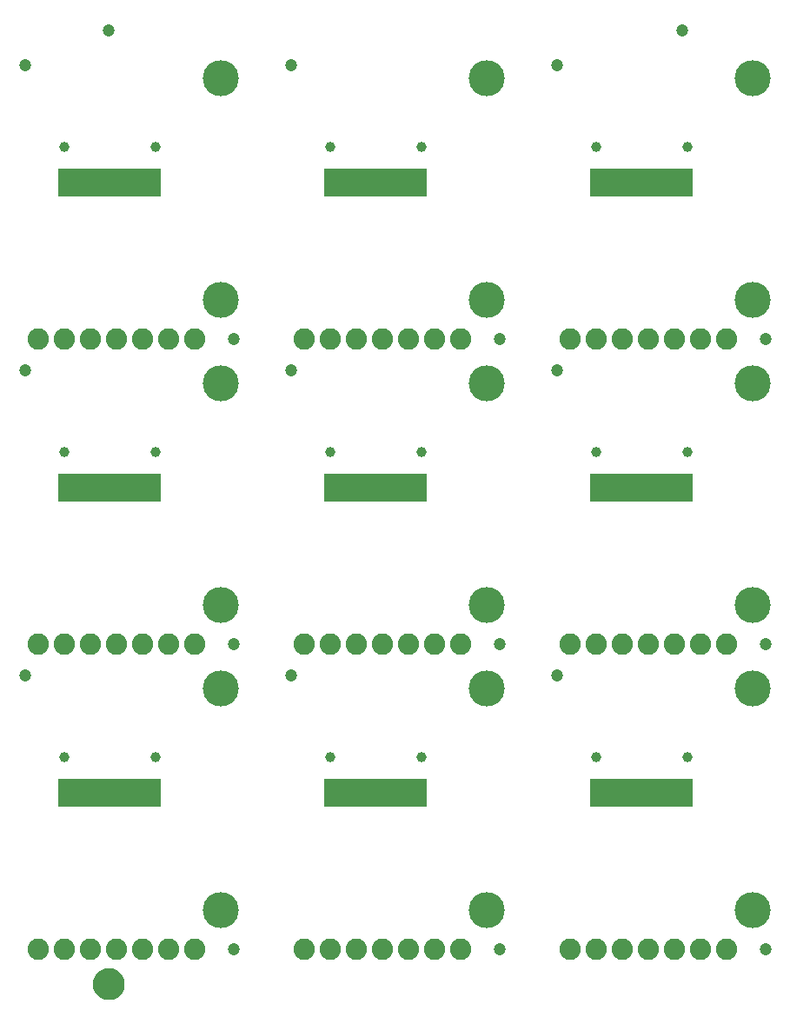
<source format=gbs>
G75*
%MOIN*%
%OFA0B0*%
%FSLAX25Y25*%
%IPPOS*%
%LPD*%
%AMOC8*
5,1,8,0,0,1.08239X$1,22.5*
%
%ADD10C,0.08200*%
%ADD11R,0.01981X0.10643*%
%ADD12C,0.03950*%
%ADD13C,0.13800*%
%ADD14C,0.04737*%
%ADD15C,0.05000*%
%ADD16C,0.06706*%
D10*
X0048750Y0033500D03*
X0058750Y0033500D03*
X0068750Y0033500D03*
X0078750Y0033500D03*
X0088750Y0033500D03*
X0098750Y0033500D03*
X0108750Y0033500D03*
X0150750Y0033500D03*
X0160750Y0033500D03*
X0170750Y0033500D03*
X0180750Y0033500D03*
X0190750Y0033500D03*
X0200750Y0033500D03*
X0210750Y0033500D03*
X0252750Y0033500D03*
X0262750Y0033500D03*
X0272750Y0033500D03*
X0282750Y0033500D03*
X0292750Y0033500D03*
X0302750Y0033500D03*
X0312750Y0033500D03*
X0312750Y0150500D03*
X0302750Y0150500D03*
X0292750Y0150500D03*
X0282750Y0150500D03*
X0272750Y0150500D03*
X0262750Y0150500D03*
X0252750Y0150500D03*
X0210750Y0150500D03*
X0200750Y0150500D03*
X0190750Y0150500D03*
X0180750Y0150500D03*
X0170750Y0150500D03*
X0160750Y0150500D03*
X0150750Y0150500D03*
X0108750Y0150500D03*
X0098750Y0150500D03*
X0088750Y0150500D03*
X0078750Y0150500D03*
X0068750Y0150500D03*
X0058750Y0150500D03*
X0048750Y0150500D03*
X0048750Y0267500D03*
X0058750Y0267500D03*
X0068750Y0267500D03*
X0078750Y0267500D03*
X0088750Y0267500D03*
X0098750Y0267500D03*
X0108750Y0267500D03*
X0150750Y0267500D03*
X0160750Y0267500D03*
X0170750Y0267500D03*
X0180750Y0267500D03*
X0190750Y0267500D03*
X0200750Y0267500D03*
X0210750Y0267500D03*
X0252750Y0267500D03*
X0262750Y0267500D03*
X0272750Y0267500D03*
X0282750Y0267500D03*
X0292750Y0267500D03*
X0302750Y0267500D03*
X0312750Y0267500D03*
D11*
X0298951Y0210421D03*
X0296982Y0210421D03*
X0295014Y0210421D03*
X0293045Y0210421D03*
X0291077Y0210421D03*
X0289108Y0210421D03*
X0287140Y0210421D03*
X0285171Y0210421D03*
X0283203Y0210421D03*
X0281234Y0210421D03*
X0279266Y0210421D03*
X0277297Y0210421D03*
X0275329Y0210421D03*
X0273360Y0210421D03*
X0271392Y0210421D03*
X0269423Y0210421D03*
X0267455Y0210421D03*
X0265486Y0210421D03*
X0263518Y0210421D03*
X0261549Y0210421D03*
X0196951Y0210421D03*
X0194982Y0210421D03*
X0193014Y0210421D03*
X0191045Y0210421D03*
X0189077Y0210421D03*
X0187108Y0210421D03*
X0185140Y0210421D03*
X0183171Y0210421D03*
X0181203Y0210421D03*
X0179234Y0210421D03*
X0177266Y0210421D03*
X0175297Y0210421D03*
X0173329Y0210421D03*
X0171360Y0210421D03*
X0169392Y0210421D03*
X0167423Y0210421D03*
X0165455Y0210421D03*
X0163486Y0210421D03*
X0161518Y0210421D03*
X0159549Y0210421D03*
X0094951Y0210421D03*
X0092982Y0210421D03*
X0091014Y0210421D03*
X0089045Y0210421D03*
X0087077Y0210421D03*
X0085108Y0210421D03*
X0083140Y0210421D03*
X0081171Y0210421D03*
X0079203Y0210421D03*
X0077234Y0210421D03*
X0075266Y0210421D03*
X0073297Y0210421D03*
X0071329Y0210421D03*
X0069360Y0210421D03*
X0067392Y0210421D03*
X0065423Y0210421D03*
X0063455Y0210421D03*
X0061486Y0210421D03*
X0059518Y0210421D03*
X0057549Y0210421D03*
X0057549Y0093421D03*
X0059518Y0093421D03*
X0061486Y0093421D03*
X0063455Y0093421D03*
X0065423Y0093421D03*
X0067392Y0093421D03*
X0069360Y0093421D03*
X0071329Y0093421D03*
X0073297Y0093421D03*
X0075266Y0093421D03*
X0077234Y0093421D03*
X0079203Y0093421D03*
X0081171Y0093421D03*
X0083140Y0093421D03*
X0085108Y0093421D03*
X0087077Y0093421D03*
X0089045Y0093421D03*
X0091014Y0093421D03*
X0092982Y0093421D03*
X0094951Y0093421D03*
X0159549Y0093421D03*
X0161518Y0093421D03*
X0163486Y0093421D03*
X0165455Y0093421D03*
X0167423Y0093421D03*
X0169392Y0093421D03*
X0171360Y0093421D03*
X0173329Y0093421D03*
X0175297Y0093421D03*
X0177266Y0093421D03*
X0179234Y0093421D03*
X0181203Y0093421D03*
X0183171Y0093421D03*
X0185140Y0093421D03*
X0187108Y0093421D03*
X0189077Y0093421D03*
X0191045Y0093421D03*
X0193014Y0093421D03*
X0194982Y0093421D03*
X0196951Y0093421D03*
X0261549Y0093421D03*
X0263518Y0093421D03*
X0265486Y0093421D03*
X0267455Y0093421D03*
X0269423Y0093421D03*
X0271392Y0093421D03*
X0273360Y0093421D03*
X0275329Y0093421D03*
X0277297Y0093421D03*
X0279266Y0093421D03*
X0281234Y0093421D03*
X0283203Y0093421D03*
X0285171Y0093421D03*
X0287140Y0093421D03*
X0289108Y0093421D03*
X0291077Y0093421D03*
X0293045Y0093421D03*
X0295014Y0093421D03*
X0296982Y0093421D03*
X0298951Y0093421D03*
X0298951Y0327421D03*
X0296982Y0327421D03*
X0295014Y0327421D03*
X0293045Y0327421D03*
X0291077Y0327421D03*
X0289108Y0327421D03*
X0287140Y0327421D03*
X0285171Y0327421D03*
X0283203Y0327421D03*
X0281234Y0327421D03*
X0279266Y0327421D03*
X0277297Y0327421D03*
X0275329Y0327421D03*
X0273360Y0327421D03*
X0271392Y0327421D03*
X0269423Y0327421D03*
X0267455Y0327421D03*
X0265486Y0327421D03*
X0263518Y0327421D03*
X0261549Y0327421D03*
X0196951Y0327421D03*
X0194982Y0327421D03*
X0193014Y0327421D03*
X0191045Y0327421D03*
X0189077Y0327421D03*
X0187108Y0327421D03*
X0185140Y0327421D03*
X0183171Y0327421D03*
X0181203Y0327421D03*
X0179234Y0327421D03*
X0177266Y0327421D03*
X0175297Y0327421D03*
X0173329Y0327421D03*
X0171360Y0327421D03*
X0169392Y0327421D03*
X0167423Y0327421D03*
X0165455Y0327421D03*
X0163486Y0327421D03*
X0161518Y0327421D03*
X0159549Y0327421D03*
X0094951Y0327421D03*
X0092982Y0327421D03*
X0091014Y0327421D03*
X0089045Y0327421D03*
X0087077Y0327421D03*
X0085108Y0327421D03*
X0083140Y0327421D03*
X0081171Y0327421D03*
X0079203Y0327421D03*
X0077234Y0327421D03*
X0075266Y0327421D03*
X0073297Y0327421D03*
X0071329Y0327421D03*
X0069360Y0327421D03*
X0067392Y0327421D03*
X0065423Y0327421D03*
X0063455Y0327421D03*
X0061486Y0327421D03*
X0059518Y0327421D03*
X0057549Y0327421D03*
D12*
X0058730Y0341004D03*
X0093770Y0341004D03*
X0160730Y0341004D03*
X0195770Y0341004D03*
X0262730Y0341004D03*
X0297770Y0341004D03*
X0297770Y0224004D03*
X0262730Y0224004D03*
X0195770Y0224004D03*
X0160730Y0224004D03*
X0093770Y0224004D03*
X0058730Y0224004D03*
X0058730Y0107004D03*
X0093770Y0107004D03*
X0160730Y0107004D03*
X0195770Y0107004D03*
X0262730Y0107004D03*
X0297770Y0107004D03*
D13*
X0322750Y0133500D03*
X0322750Y0165500D03*
X0322750Y0250500D03*
X0322750Y0282500D03*
X0322750Y0367500D03*
X0220750Y0367500D03*
X0220750Y0282500D03*
X0220750Y0250500D03*
X0220750Y0165500D03*
X0220750Y0133500D03*
X0220750Y0048500D03*
X0118750Y0048500D03*
X0118750Y0133500D03*
X0118750Y0165500D03*
X0118750Y0250500D03*
X0118750Y0282500D03*
X0118750Y0367500D03*
X0322750Y0048500D03*
D14*
X0327750Y0033500D03*
X0225750Y0033500D03*
X0123750Y0033500D03*
X0145750Y0138500D03*
X0123750Y0150500D03*
X0043750Y0138500D03*
X0043750Y0255500D03*
X0123750Y0267500D03*
X0145750Y0255500D03*
X0225750Y0267500D03*
X0247750Y0255500D03*
X0327750Y0267500D03*
X0247750Y0372500D03*
X0295750Y0385750D03*
X0145750Y0372500D03*
X0075750Y0385750D03*
X0043750Y0372500D03*
X0225750Y0150500D03*
X0247750Y0138500D03*
X0327750Y0150500D03*
D15*
X0072185Y0020250D02*
X0072187Y0020369D01*
X0072193Y0020488D01*
X0072203Y0020607D01*
X0072217Y0020725D01*
X0072235Y0020843D01*
X0072256Y0020960D01*
X0072282Y0021076D01*
X0072312Y0021192D01*
X0072345Y0021306D01*
X0072382Y0021419D01*
X0072423Y0021531D01*
X0072468Y0021642D01*
X0072516Y0021751D01*
X0072568Y0021858D01*
X0072624Y0021963D01*
X0072683Y0022067D01*
X0072745Y0022168D01*
X0072811Y0022268D01*
X0072880Y0022365D01*
X0072952Y0022459D01*
X0073028Y0022552D01*
X0073106Y0022641D01*
X0073187Y0022728D01*
X0073272Y0022813D01*
X0073359Y0022894D01*
X0073448Y0022972D01*
X0073541Y0023048D01*
X0073635Y0023120D01*
X0073732Y0023189D01*
X0073832Y0023255D01*
X0073933Y0023317D01*
X0074037Y0023376D01*
X0074142Y0023432D01*
X0074249Y0023484D01*
X0074358Y0023532D01*
X0074469Y0023577D01*
X0074581Y0023618D01*
X0074694Y0023655D01*
X0074808Y0023688D01*
X0074924Y0023718D01*
X0075040Y0023744D01*
X0075157Y0023765D01*
X0075275Y0023783D01*
X0075393Y0023797D01*
X0075512Y0023807D01*
X0075631Y0023813D01*
X0075750Y0023815D01*
X0075869Y0023813D01*
X0075988Y0023807D01*
X0076107Y0023797D01*
X0076225Y0023783D01*
X0076343Y0023765D01*
X0076460Y0023744D01*
X0076576Y0023718D01*
X0076692Y0023688D01*
X0076806Y0023655D01*
X0076919Y0023618D01*
X0077031Y0023577D01*
X0077142Y0023532D01*
X0077251Y0023484D01*
X0077358Y0023432D01*
X0077463Y0023376D01*
X0077567Y0023317D01*
X0077668Y0023255D01*
X0077768Y0023189D01*
X0077865Y0023120D01*
X0077959Y0023048D01*
X0078052Y0022972D01*
X0078141Y0022894D01*
X0078228Y0022813D01*
X0078313Y0022728D01*
X0078394Y0022641D01*
X0078472Y0022552D01*
X0078548Y0022459D01*
X0078620Y0022365D01*
X0078689Y0022268D01*
X0078755Y0022168D01*
X0078817Y0022067D01*
X0078876Y0021963D01*
X0078932Y0021858D01*
X0078984Y0021751D01*
X0079032Y0021642D01*
X0079077Y0021531D01*
X0079118Y0021419D01*
X0079155Y0021306D01*
X0079188Y0021192D01*
X0079218Y0021076D01*
X0079244Y0020960D01*
X0079265Y0020843D01*
X0079283Y0020725D01*
X0079297Y0020607D01*
X0079307Y0020488D01*
X0079313Y0020369D01*
X0079315Y0020250D01*
X0079313Y0020131D01*
X0079307Y0020012D01*
X0079297Y0019893D01*
X0079283Y0019775D01*
X0079265Y0019657D01*
X0079244Y0019540D01*
X0079218Y0019424D01*
X0079188Y0019308D01*
X0079155Y0019194D01*
X0079118Y0019081D01*
X0079077Y0018969D01*
X0079032Y0018858D01*
X0078984Y0018749D01*
X0078932Y0018642D01*
X0078876Y0018537D01*
X0078817Y0018433D01*
X0078755Y0018332D01*
X0078689Y0018232D01*
X0078620Y0018135D01*
X0078548Y0018041D01*
X0078472Y0017948D01*
X0078394Y0017859D01*
X0078313Y0017772D01*
X0078228Y0017687D01*
X0078141Y0017606D01*
X0078052Y0017528D01*
X0077959Y0017452D01*
X0077865Y0017380D01*
X0077768Y0017311D01*
X0077668Y0017245D01*
X0077567Y0017183D01*
X0077463Y0017124D01*
X0077358Y0017068D01*
X0077251Y0017016D01*
X0077142Y0016968D01*
X0077031Y0016923D01*
X0076919Y0016882D01*
X0076806Y0016845D01*
X0076692Y0016812D01*
X0076576Y0016782D01*
X0076460Y0016756D01*
X0076343Y0016735D01*
X0076225Y0016717D01*
X0076107Y0016703D01*
X0075988Y0016693D01*
X0075869Y0016687D01*
X0075750Y0016685D01*
X0075631Y0016687D01*
X0075512Y0016693D01*
X0075393Y0016703D01*
X0075275Y0016717D01*
X0075157Y0016735D01*
X0075040Y0016756D01*
X0074924Y0016782D01*
X0074808Y0016812D01*
X0074694Y0016845D01*
X0074581Y0016882D01*
X0074469Y0016923D01*
X0074358Y0016968D01*
X0074249Y0017016D01*
X0074142Y0017068D01*
X0074037Y0017124D01*
X0073933Y0017183D01*
X0073832Y0017245D01*
X0073732Y0017311D01*
X0073635Y0017380D01*
X0073541Y0017452D01*
X0073448Y0017528D01*
X0073359Y0017606D01*
X0073272Y0017687D01*
X0073187Y0017772D01*
X0073106Y0017859D01*
X0073028Y0017948D01*
X0072952Y0018041D01*
X0072880Y0018135D01*
X0072811Y0018232D01*
X0072745Y0018332D01*
X0072683Y0018433D01*
X0072624Y0018537D01*
X0072568Y0018642D01*
X0072516Y0018749D01*
X0072468Y0018858D01*
X0072423Y0018969D01*
X0072382Y0019081D01*
X0072345Y0019194D01*
X0072312Y0019308D01*
X0072282Y0019424D01*
X0072256Y0019540D01*
X0072235Y0019657D01*
X0072217Y0019775D01*
X0072203Y0019893D01*
X0072193Y0020012D01*
X0072187Y0020131D01*
X0072185Y0020250D01*
D16*
X0075750Y0020250D03*
M02*

</source>
